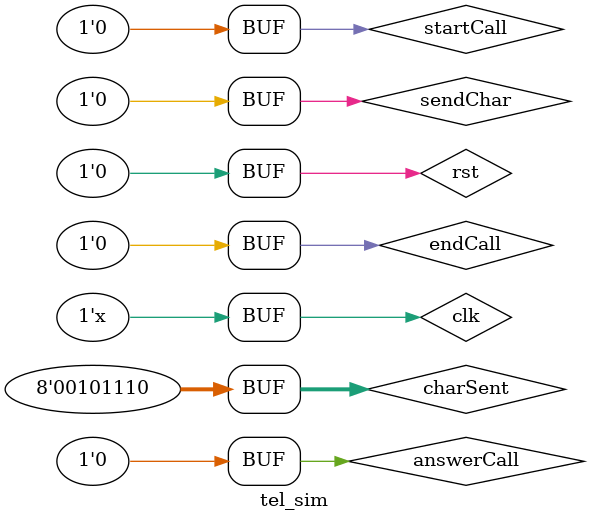
<source format=v>
`timescale 1ns / 1ps

module tel_sim();

reg clk;
reg rst;
reg startCall, answerCall;
reg endCall;
reg sendChar;
reg [7:0] charSent;
wire [63:0] statusMsg;
wire [63:0] sentMsg;

design_tel uut(clk, rst, startCall, answerCall, endCall, sendChar, charSent, statusMsg, sentMsg);

// 100 MHz clock
always #5 clk = ~clk; 

initial begin
	// initialize every input to 0
	clk = 0;
	rst = 0;
	startCall = 0;
	answerCall = 0;
	endCall = 0;
	sendChar = 0;
	charSent = " ";

	// Xilinx global reset time
	#100;

	// reset your circuit
	rst=1; #20; rst=0; #20; rst=0;              // reset

	startCall=1; #10; startCall=0;              // caller starts call
	#30;                                        // statusMsg displaying "RINGING "
	answerCall=1; #10; answerCall=0;            // callee answer call
	#20;                                        // statusMsg displaying "CALL  "

	sendChar=1; charSent="W"; #10; sendChar=0; #10; // caller sends "W", sentMsg displaying "       W", cost is 2
	sendChar=1; charSent="h"; #10; sendChar=0; #10; // caller sends "h", sentMsg displaying "      Wh", cost is 4
	sendChar=1; charSent=135; #10; sendChar=0; #10; // caller sends (invalid char), no change on sentMsg and cost
    #20;                                            // caller sends nothing for 2 clock cycles
    endCall=1; #10; endCall=0;                      // callee ends the call
	#150;                                           // statusMsg displaying "COST    ", sentMsg displaying "00000004"

    startCall=1; #10; startCall=0;                              // caller starts call
	#30;                                                        // statusMsg displaying "RINGING "
	answerCall=1; #10; answerCall=0;                            // callee answer call
	#20;                                                        // statusMsg displaying "CALL  "
	sendChar=1; charSent="W"; #10; sendChar=0; #10; // caller sends "W", sentMsg displaying "       W", cost is 2
	sendChar=1; charSent="h"; #10; sendChar=0; #10; // caller sends "h", sentMsg displaying "      Wh", cost is 4
	sendChar=1; charSent="o"; #10; sendChar=0; #10; // caller sends "o", sentMsg displaying "     Who", cost is 6
	sendChar=1; charSent=" "; #10; sendChar=0; #10; // caller sends " ", sentMsg displaying "    Who ", cost is 8
	sendChar=1; charSent="i"; #10; sendChar=0; #10; // caller sends "i", sentMsg displaying "   Who i", cost is 10
	sendChar=1; charSent="s"; #10; sendChar=0; #10; // caller sends "s", sentMsg displaying "  Who is", cost is 12
	#20;                                            // caller sends nothing for 2 clock cycles
	sendChar=1; charSent=" "; #10; sendChar=0; #10; // caller sends " ", sentMsg displaying " Who is ", cost is 14
	sendChar=1; charSent="t"; #10; sendChar=0; #10; // caller sends "t", sentMsg displaying "Who is t", cost is 16
	sendChar=1; charSent="h"; #10; sendChar=0; #10; // caller sends "h", sentMsg displaying "ho is th", cost is 18
	sendChar=1; charSent="i"; #10; sendChar=0; #10; // caller sends "i", sentMsg displaying "o is thi", cost is 20
	sendChar=1; charSent="s"; #10; sendChar=0; #10; // caller sends "s", sentMsg displaying " is this", cost is 22
	sendChar=1; charSent="?"; #10; sendChar=0; #10; // caller sends "?", sentMsg displaying "is this?", cost is 24
	
	sendChar=1; charSent="Y"; #10; sendChar=0; #10; // callee sends "Y", sentMsg displaying "s this?Y", cost is 26
	sendChar=1; charSent="o"; #10; sendChar=0; #10; // callee sends "o", sentMsg displaying " this?Yo", cost is 28
	sendChar=1; charSent="u"; #10; sendChar=0; #10; // callee sends "u", sentMsg displaying "this?You", cost is 30
	sendChar=1; charSent="r"; #10; sendChar=0; #10; // callee sends "r", sentMsg displaying "his?Your", cost is 32
	sendChar=1; charSent=" "; #10; sendChar=0; #10; // callee sends " ", sentMsg displaying "is?Your ", cost is 34
	sendChar=1; charSent=  8; #10; sendChar=0; #10; // callee sends invalid char
    #10;                                            // callee sends nothing for 1 clock cycle
	sendChar=1; charSent=178; #10; sendChar=0; #10; // callee sends invalid char
	sendChar=1; charSent="T"; #10; sendChar=0; #10; // callee sends "T", sentMsg displaying "s?Your T", cost is 36
	sendChar=1; charSent="A"; #10; sendChar=0; #10; // callee sends "A", sentMsg displaying "?Your TA", cost is 38
	sendChar=1; charSent="."; #10; sendChar=0; #10; // callee sends ".", sentMsg displaying "Your TA.", cost is 40
	
    sendChar=1; charSent="O"; #10; sendChar=0; #10; // caller sends "O", sentMsg displaying "our TA.O", cost is 42
	sendChar=1; charSent="K"; #10; sendChar=0; #10; // caller sends "K", sentMsg displaying "ur TA.OK", cost is 44
	sendChar=1; charSent="."; #10; sendChar=0; #10; // caller sends ".", sentMsg displaying "r TA.OK.", cost is 46
    #10;
	endCall=1; #10; endCall=0; #10;                 // caller ends the call
	#50;	                                        // statusMsg displaying "COST    ", sentMsg displaying "0000002E"
end

endmodule

</source>
